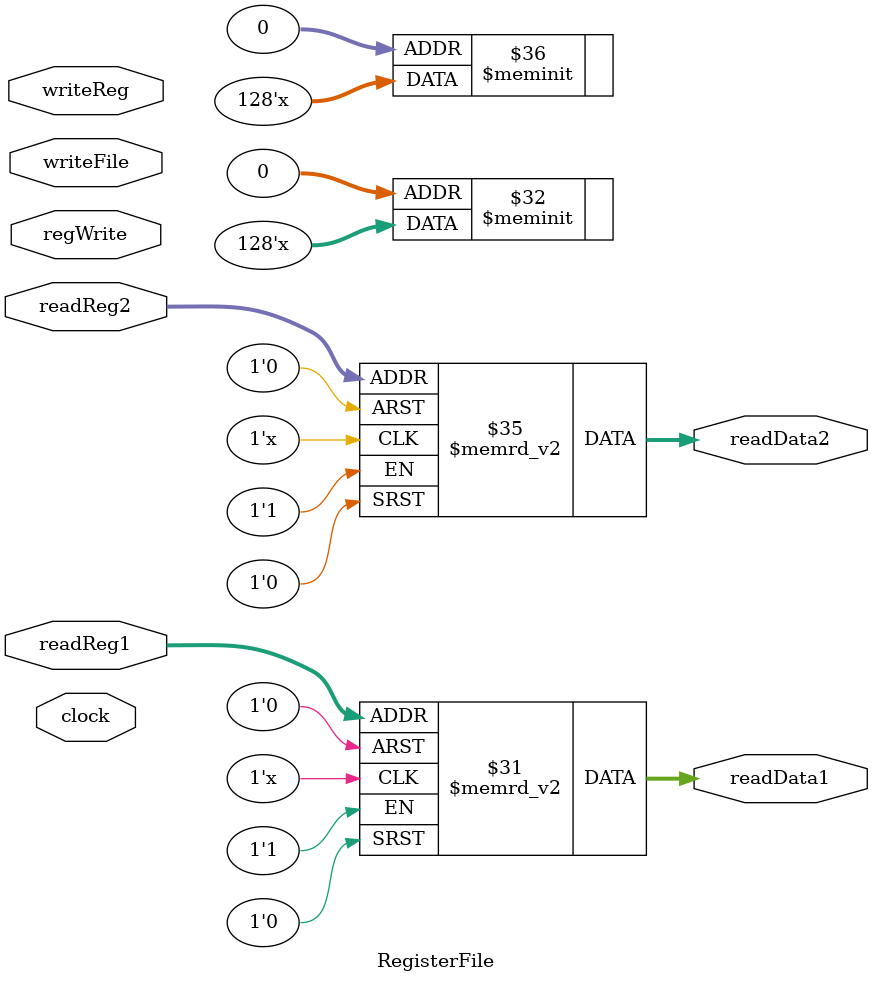
<source format=v>
`timescale 1ns / 1ps
module RegisterFile(
    input [2:0] writeReg,
    input [2:0] readReg1,
    input [2:0] readReg2,
    input [15:0] writeFile,
    input clock,
    input regWrite,
    output reg [15:0] readData1,
    output reg [15:0] readData2
    );
	 
reg [15:0] register [0:7];

initial readData1 = 0;
initial readData2 = 0;
initial register[0] = 0;
initial register[1] = 0;
initial register[2] = 256;//stack pointer
initial register[3] = 0;
initial register[4] = 0;
initial register[5] = 0;
initial register[6] = 0;
initial register[7] = 0;


always @ (writeReg or readReg1 or readReg2 or writeFile or regWrite)
begin
  readData1 = register[readReg1];
  readData2 = register[readReg2];
  if (regWrite == 1) begin
    if (writeReg !=0) register[writeReg] = writeFile;
  end
end
endmodule

</source>
